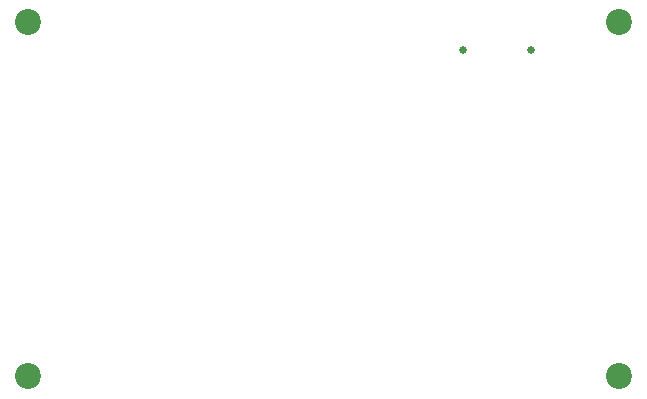
<source format=gbs>
G04 #@! TF.GenerationSoftware,KiCad,Pcbnew,9.0.1*
G04 #@! TF.CreationDate,2025-08-05T19:10:54+03:00*
G04 #@! TF.ProjectId,com_board,636f6d5f-626f-4617-9264-2e6b69636164,rev?*
G04 #@! TF.SameCoordinates,Original*
G04 #@! TF.FileFunction,Soldermask,Bot*
G04 #@! TF.FilePolarity,Negative*
%FSLAX46Y46*%
G04 Gerber Fmt 4.6, Leading zero omitted, Abs format (unit mm)*
G04 Created by KiCad (PCBNEW 9.0.1) date 2025-08-05 19:10:54*
%MOMM*%
%LPD*%
G01*
G04 APERTURE LIST*
%ADD10C,0.650000*%
%ADD11C,2.200000*%
G04 APERTURE END LIST*
D10*
G04 #@! TO.C,J1*
X142550003Y-92374997D03*
X136770000Y-92374998D03*
G04 #@! TD*
D11*
G04 #@! TO.C,H3*
X150000000Y-120000000D03*
G04 #@! TD*
G04 #@! TO.C,H4*
X100000000Y-90000000D03*
G04 #@! TD*
G04 #@! TO.C,H2*
X100000000Y-120000000D03*
G04 #@! TD*
G04 #@! TO.C,H1*
X150000000Y-90000000D03*
G04 #@! TD*
M02*

</source>
